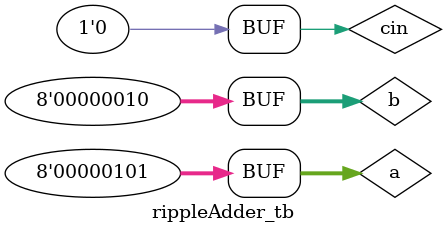
<source format=v>
`timescale 1ns/1ps

module fullAdder(a,b,cin,sum,cout);
	input a,b,cin;
	
	output sum,cout;
	assign sum = a^b^cin;
	assign cout = (a&b)|(b&cin)|(cin&a);
endmodule

module rippleAdder(a,b,cin,s,cout);

	input [7:0] a,b;
	input cin;
	output [7:0] s;
	output cout;
	wire [7:1] c;
	
	fullAdder f1(a[0],b[0],cin,s[0],c[1]);
	fullAdder f2(a[1],b[1],cin,s[1],c[2]);
	fullAdder f3(a[2],b[2],cin,s[2],c[3]);
	fullAdder f4(a[3],b[3],cin,s[3],c[4]);
	fullAdder f5(a[4],b[4],cin,s[4],c[5]);
	fullAdder f6(a[5],b[5],cin,s[5],c[6]);
	fullAdder f7(a[6],b[6],cin,s[6],c[7]);
	fullAdder f8(a[7],b[7],cin,s[7],cout);
	
endmodule

module rippleAdder_tb;
	reg [7:0] a,b;
	reg cin;
	
	wire [7:0] s;
	wire cout;
	
	fullAdder uut(.a(a),.b(b),.cin(cin),.sum(sum),.cout(cout));
	
	initial begin
      $display("Talal Jawaid");
   end
	
	initial begin
	 a = 7'b0;

	 b = 7'b0;
	 
	 cin = 7'b0;
	
	#10;
	
	a = 7'b0;

	 b = 7'b0;
	 
	 cin = 7'b0;
	 
	#10;
	
	a = 7'b100010;

	 b = 7'b0;
	 
	 cin = 7'b0;
	 	#10;
	
	a = 7'b110;

	 b = 7'b0;
	 
	 cin = 7'b0;
	 	#10;
	
	a = 7'b101111;

	 b = 7'b0;
	 
	 cin = 7'b0;
	 	#10;
	
	a = 7'b110;

	 b = 7'b0;
	 
	 cin = 7'b0;
	 	 	#10;
	
	a = 7'b0;

	 b = 7'b0;
	 
	 cin = 7'b11011;
	 	 	#10;
	
	a = 7'b1101;

	 b = 7'b0;
	 
	 cin = 7'b0;
	 	 	#10;
	
	a = 7'b0;

	 b = 7'b0;
	 
	 cin = 7'b0;
	 	 	#10;
	
	a = 7'b11110;

	 b = 7'b0;
	 
	 cin = 7'b0;
	 	 	#10;
	
	a = 7'b110;

	 b = 7'b0;
	 
	 cin = 7'b0;
	 	 	#10;
	
	a = 7'b101;

	 b = 7'b1111;
	 
	 cin = 7'b0;
	 	 	#10;
	
	a = 7'b101;

	 b = 7'b10;
	 
	 cin = 7'b0;
	 	 	#10;
	

end
endmodule
</source>
